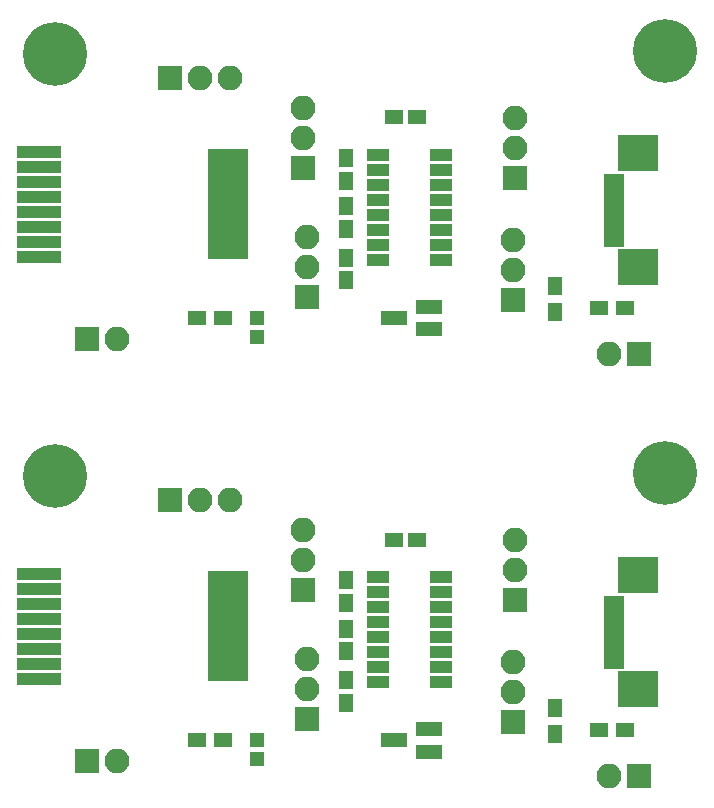
<source format=gbr>
G04 #@! TF.FileFunction,Soldermask,Top*
%FSLAX46Y46*%
G04 Gerber Fmt 4.6, Leading zero omitted, Abs format (unit mm)*
G04 Created by KiCad (PCBNEW 4.0.6) date 07/05/17 10:03:53*
%MOMM*%
%LPD*%
G01*
G04 APERTURE LIST*
%ADD10C,0.100000*%
%ADD11R,1.150000X1.600000*%
%ADD12R,1.600000X1.150000*%
%ADD13R,2.100000X2.100000*%
%ADD14O,2.100000X2.100000*%
%ADD15C,5.400000*%
%ADD16R,1.600000X1.300000*%
%ADD17R,3.800000X1.000000*%
%ADD18R,3.400000X9.400000*%
%ADD19R,1.200000X1.200000*%
%ADD20R,3.400000X3.100000*%
%ADD21R,1.800000X0.700000*%
%ADD22R,1.300000X1.600000*%
%ADD23R,2.300000X1.200000*%
%ADD24R,1.900000X1.000000*%
G04 APERTURE END LIST*
D10*
D11*
X61650000Y-76810000D03*
X61650000Y-78710000D03*
D12*
X65750000Y-73350000D03*
X67650000Y-73350000D03*
D13*
X58020000Y-77610000D03*
D14*
X58020000Y-75070000D03*
X58020000Y-72530000D03*
D15*
X37010000Y-68010000D03*
D16*
X49092000Y-90350000D03*
X51292000Y-90350000D03*
D17*
X35714000Y-85143000D03*
X35714000Y-83873000D03*
X35714000Y-82603000D03*
X35714000Y-81333000D03*
X35714000Y-80063000D03*
X35714000Y-78793000D03*
X35714000Y-77523000D03*
X35714000Y-76253000D03*
D18*
X51714000Y-80698000D03*
D19*
X54110000Y-90350000D03*
X54110000Y-91950000D03*
D13*
X46740000Y-69990000D03*
D14*
X49280000Y-69990000D03*
X51820000Y-69990000D03*
D13*
X39778000Y-92128000D03*
D14*
X42318000Y-92128000D03*
D20*
X86350000Y-76380000D03*
X86350000Y-86040000D03*
D21*
X84350000Y-83960000D03*
X84350000Y-83460000D03*
X84350000Y-82960000D03*
X84350000Y-82460000D03*
X84350000Y-81960000D03*
X84350000Y-81460000D03*
X84350000Y-80960000D03*
X84350000Y-80460000D03*
X84350000Y-79960000D03*
X84350000Y-79460000D03*
X84350000Y-78960000D03*
X84350000Y-78460000D03*
D16*
X85330000Y-89450000D03*
X83130000Y-89450000D03*
D22*
X79390000Y-89840000D03*
X79390000Y-87640000D03*
D13*
X75950000Y-78460000D03*
D14*
X75950000Y-75920000D03*
X75950000Y-73380000D03*
D13*
X75846000Y-88826000D03*
D14*
X75846000Y-86286000D03*
X75846000Y-83746000D03*
D15*
X88690000Y-67730000D03*
D13*
X86514000Y-93398000D03*
D14*
X83974000Y-93398000D03*
D11*
X61690000Y-80880000D03*
X61690000Y-82780000D03*
X61640000Y-87150000D03*
X61640000Y-85250000D03*
D13*
X58400000Y-88580000D03*
D14*
X58400000Y-86040000D03*
X58400000Y-83500000D03*
D23*
X68710000Y-91300000D03*
X68710000Y-89400000D03*
X65710000Y-90350000D03*
D24*
X64340000Y-76555000D03*
X64340000Y-77825000D03*
X64340000Y-79095000D03*
X64340000Y-80365000D03*
X64340000Y-81635000D03*
X64340000Y-82905000D03*
X64340000Y-84175000D03*
X64340000Y-85445000D03*
X69740000Y-85445000D03*
X69740000Y-84175000D03*
X69740000Y-82905000D03*
X69740000Y-81635000D03*
X69740000Y-80365000D03*
X69740000Y-79095000D03*
X69740000Y-77825000D03*
X69740000Y-76555000D03*
D15*
X88690000Y-31990000D03*
D24*
X64340000Y-40815000D03*
X64340000Y-42085000D03*
X64340000Y-43355000D03*
X64340000Y-44625000D03*
X64340000Y-45895000D03*
X64340000Y-47165000D03*
X64340000Y-48435000D03*
X64340000Y-49705000D03*
X69740000Y-49705000D03*
X69740000Y-48435000D03*
X69740000Y-47165000D03*
X69740000Y-45895000D03*
X69740000Y-44625000D03*
X69740000Y-43355000D03*
X69740000Y-42085000D03*
X69740000Y-40815000D03*
D16*
X49092000Y-54610000D03*
X51292000Y-54610000D03*
X85330000Y-53710000D03*
X83130000Y-53710000D03*
D22*
X79390000Y-54100000D03*
X79390000Y-51900000D03*
D23*
X68710000Y-55560000D03*
X68710000Y-53660000D03*
X65710000Y-54610000D03*
D13*
X75846000Y-53086000D03*
D14*
X75846000Y-50546000D03*
X75846000Y-48006000D03*
D13*
X75950000Y-42720000D03*
D14*
X75950000Y-40180000D03*
X75950000Y-37640000D03*
D13*
X58020000Y-41870000D03*
D14*
X58020000Y-39330000D03*
X58020000Y-36790000D03*
D13*
X58400000Y-52840000D03*
D14*
X58400000Y-50300000D03*
X58400000Y-47760000D03*
D17*
X35714000Y-49403000D03*
X35714000Y-48133000D03*
X35714000Y-46863000D03*
X35714000Y-45593000D03*
X35714000Y-44323000D03*
X35714000Y-43053000D03*
X35714000Y-41783000D03*
X35714000Y-40513000D03*
D18*
X51714000Y-44958000D03*
D13*
X39778000Y-56388000D03*
D14*
X42318000Y-56388000D03*
D13*
X86514000Y-57658000D03*
D14*
X83974000Y-57658000D03*
D13*
X46740000Y-34250000D03*
D14*
X49280000Y-34250000D03*
X51820000Y-34250000D03*
D19*
X54110000Y-54610000D03*
X54110000Y-56210000D03*
D12*
X65750000Y-37610000D03*
X67650000Y-37610000D03*
D11*
X61640000Y-51410000D03*
X61640000Y-49510000D03*
X61690000Y-45140000D03*
X61690000Y-47040000D03*
X61650000Y-41070000D03*
X61650000Y-42970000D03*
D20*
X86350000Y-40640000D03*
X86350000Y-50300000D03*
D21*
X84350000Y-48220000D03*
X84350000Y-47720000D03*
X84350000Y-47220000D03*
X84350000Y-46720000D03*
X84350000Y-46220000D03*
X84350000Y-45720000D03*
X84350000Y-45220000D03*
X84350000Y-44720000D03*
X84350000Y-44220000D03*
X84350000Y-43720000D03*
X84350000Y-43220000D03*
X84350000Y-42720000D03*
D15*
X37010000Y-32270000D03*
M02*

</source>
